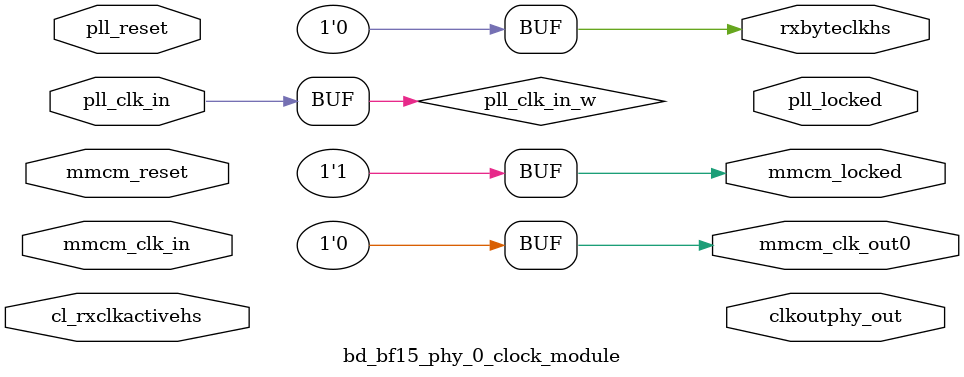
<source format=v>

`timescale 1ps/1ps

(* DowngradeIPIdentifiedWarnings="yes" *)
module bd_bf15_phy_0_clock_module
#( 
   parameter C_DPHY_LANES = 2,
   parameter MTBF_SYNC_STAGES = 3, 
   parameter C_HS_LINE_RATE = 1000, 
   parameter C_STABLE_CLK_PERIOD = 10,
   parameter C_TXPLL_CLKIN_PERIOD = 8.0,
   parameter EN_DPHY_IO = 1
   )
   (
       input               mmcm_clk_in,
       output              mmcm_clk_out0,
 
       input               cl_rxclkactivehs,
       output              rxbyteclkhs,
       input               pll_clk_in,
       output              clkoutphy_out,
       output              pll_locked,
       input               pll_reset,
       output              mmcm_locked,
       input               mmcm_reset
   );

   wire               pll_clk_in_w;
   wire               pll_locked_w;
   wire               pll_locked_sync;
   reg                clkoutphy_en;
   reg  [7:0]         clkoutphy_en_cntr;
 


assign  rxbyteclkhs   = 1'b0;
assign  mmcm_locked   = 1'b1;
assign  mmcm_clk_out0 = 1'b0;
assign  pll_clk_in_w  = pll_clk_in;

   //TXPLL Attributes for 1500 MHz CLKOUTPHY
   localparam  C_TXPLL_CLKIN_PERIOD_T   = 5.000;
   localparam  C_TXPLL_CLKOUTPHY_MODE   = "VCO";
   localparam  C_PLL_DIVCLK_DIVIDE      = 2;
   localparam  C_TXPLL_CLKFBOUT_MULT    = 15;
   localparam  C_TXPLL_CLKOUT0_DIVIDE   = 8;
   localparam  C_TXPLL_CLKOUT1_DIVIDE   = 8;
 


            
endmodule

</source>
